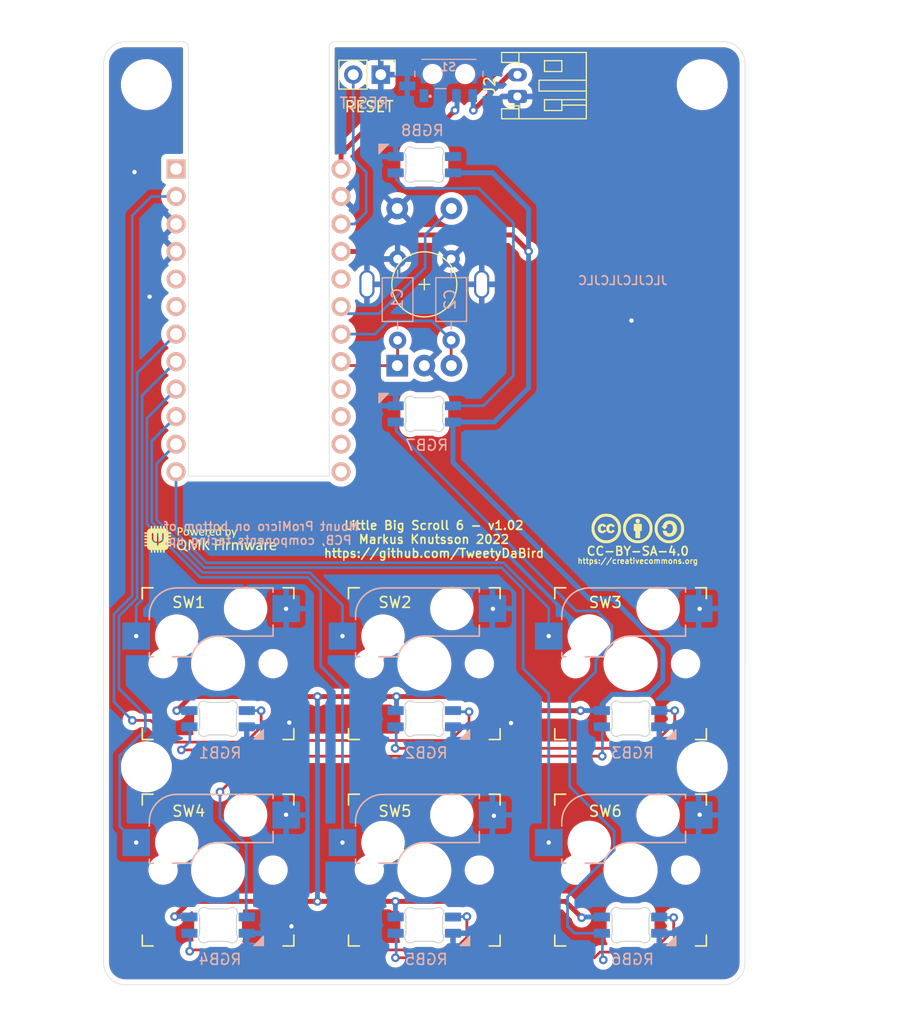
<source format=kicad_pcb>
(kicad_pcb (version 20211014) (generator pcbnew)
  (title_block (title "Little Big Scroll 6") (date "2022-07-07") (rev "v1.02") (company "Tweety's Wild Thinking") (comment 1 "Markus Knutsson <markus.knutsson@tweety.se>") (comment 2 "https://github.com/TweetyDaBird") (comment 3 "Licensed under Creative Commons BY-SA 4.0 International "))
  (layers (0 "F.Cu" signal) (31 "B.Cu" signal) (34 "B.Paste" user) (35 "F.Paste" user) (36 "B.SilkS" user "B.Silkscreen") (37 "F.SilkS" user "F.Silkscreen") (38 "B.Mask" user) (39 "F.Mask" user) (44 "Edge.Cuts" user))
  (net 0 "")
  (net 1 "EncB")
  (net 2 "GND")
  (net 3 "VCC")
  (net 4 "EncA")
  (net 5 "RGB")
  (net 6 "Key1")
  (net 7 "Key2")
  (net 8 "Key3")
  (net 9 "Key4")
  (net 10 "Key5")
  (net 11 "Key6")
  (net 12 "EncKey")
  (net 21 "BAT+")
  (net 23 "/BAT++")
  (net 24 "Net-(RGB1-Pad2)")
  (net 25 "Net-(RGB2-Pad2)")
  (net 26 "Net-(RGB3-Pad2)")
  (net 27 "Net-(RGB5-Pad2)")
  (net 28 "Net-(RGB6-Pad2)")
  (net 30 "Net-(J1-Pad2)")
  (net 31 "Net-(RGB5-Pad4)")
  (net 32 "Net-(RGB7-Pad2)")
  (footprint "Common Library:ProMicro" (layer "F.Cu") (at 94.96 71.48 -90)
    (fp_text reference "U1" hide)
    (fp_text value "ProMicro" hide)
  )
  (footprint "Keyboard Switches & Encoders:SW_MX_HotSwap" (layer "F.Cu") (at 91.22 103.16)
    (fp_text reference "SW1")
    (fp_text value "SW_MX_HS" hide)
  )
  (footprint "Keyboard Switches & Encoders:SW_MX_HotSwap" (layer "F.Cu") (at 110.27 103.16)
    (fp_text reference "SW2")
    (fp_text value "SW_MX_HS" hide)
  )
  (footprint "Keyboard Switches & Encoders:SW_MX_HotSwap" (layer "F.Cu") (at 129.32 103.16)
    (fp_text reference "SW3")
    (fp_text value "SW_MX_HS" hide)
  )
  (footprint "Keyboard Switches & Encoders:SW_MX_HotSwap" (layer "F.Cu") (at 91.22 122.21)
    (fp_text reference "SW4")
    (fp_text value "SW_MX_HS" hide)
  )
  (footprint "Keyboard Switches & Encoders:SW_MX_HotSwap" (layer "F.Cu") (at 110.27 122.21)
    (fp_text reference "SW5")
    (fp_text value "SW_MX_HS" hide)
  )
  (footprint "Keyboard Switches & Encoders:SW_MX_HotSwap" (layer "F.Cu") (at 129.32 122.21)
    (fp_text reference "SW6")
    (fp_text value "SW_MX_HS" hide)
  )
  (footprint "Keyboard Switches & Encoders:Encoder_Alps_EC11E_Small" (layer "F.Cu") (at 110.27 68.16 90)
    (fp_text reference "ENC1" hide)
    (fp_text value "Rotary_Encoder_Click" hide)
  )
  (footprint "Keyboard Switches & Encoders:RGB_SK6812MINI-E" (layer "F.Cu") (at 91.22 103.16)
    (fp_text reference "RGB1")
    (fp_text value "SK6812MINI-E")
    (fp_line (start 1.699999 4.377157) (end 1.699999 5.782841) (layer "Edge.Cuts") (width 0.1))
    (fp_line (start -1.699999 5.782841) (end -1.699999 4.377157) (layer "Edge.Cuts") (width 0.1))
    (fp_line (start 0.794452 6.579999) (end -0.794452 6.579999) (layer "Edge.Cuts") (width 0.1))
    (fp_line (start -0.794452 3.58) (end 0.794453 3.58) (layer "Edge.Cuts") (width 0.1))
    (fp_arc (start 1.046711 3.511701) (mid 1.638071 3.575964) (end 1.749484 4.160279) (layer "Edge.Cuts") (width 0.1))
    (fp_arc (start 1.749484 5.999718) (mid 1.638072 6.584034) (end 1.046711 6.648298) (layer "Edge.Cuts") (width 0.1))
    (fp_arc (start -1.749484 4.160279) (mid -1.638071 3.575964) (end -1.046711 3.5117) (layer "Edge.Cuts") (width 0.1))
    (fp_arc (start 1.749484 5.999719) (mid 1.712511 5.89407) (end 1.699999 5.782841) (layer "Edge.Cuts") (width 0.1))
    (fp_arc (start -0.794453 3.579999) (mid -0.925123 3.562622) (end -1.046711 3.5117) (layer "Edge.Cuts") (width 0.1))
    (fp_arc (start -1.046711 6.648296) (mid -1.63807 6.584033) (end -1.749484 5.999719) (layer "Edge.Cuts") (width 0.1))
    (fp_arc (start -1.04671 6.648298) (mid -0.925122 6.597376) (end -0.794452 6.579999) (layer "Edge.Cuts") (width 0.1))
    (fp_arc (start 0.794452 6.579999) (mid 0.925123 6.597376) (end 1.046711 6.648298) (layer "Edge.Cuts") (width 0.1))
    (fp_arc (start -1.749484 4.160279) (mid -1.712527 4.265931) (end -1.699999 4.377157) (layer "Edge.Cuts") (width 0.1))
    (fp_arc (start 1.699999 4.377156) (mid 1.712526 4.26593) (end 1.749484 4.160279) (layer "Edge.Cuts") (width 0.1))
    (fp_arc (start -1.699999 5.782842) (mid -1.712527 5.894067) (end -1.749484 5.999719) (layer "Edge.Cuts") (width 0.1))
    (fp_arc (start 1.046711 3.511701) (mid 0.925123 3.562623) (end 0.794453 3.58) (layer "Edge.Cuts") (width 0.1))
  )
  (footprint "Keyboard Switches & Encoders:RGB_SK6812MINI-E" (layer "F.Cu") (at 110.27 103.16)
    (fp_text reference "RGB2")
    (fp_text value "SK6812MINI-E")
    (fp_line (start 1.699999 4.377157) (end 1.699999 5.782841) (layer "Edge.Cuts") (width 0.1))
    (fp_line (start -1.699999 5.782841) (end -1.699999 4.377157) (layer "Edge.Cuts") (width 0.1))
    (fp_line (start 0.794452 6.579999) (end -0.794452 6.579999) (layer "Edge.Cuts") (width 0.1))
    (fp_line (start -0.794452 3.58) (end 0.794453 3.58) (layer "Edge.Cuts") (width 0.1))
    (fp_arc (start 1.749484 5.999718) (mid 1.638072 6.584034) (end 1.046711 6.648298) (layer "Edge.Cuts") (width 0.1))
    (fp_arc (start 1.749484 5.999719) (mid 1.712511 5.89407) (end 1.699999 5.782841) (layer "Edge.Cuts") (width 0.1))
    (fp_arc (start 1.699999 4.377156) (mid 1.712526 4.26593) (end 1.749484 4.160279) (layer "Edge.Cuts") (width 0.1))
    (fp_arc (start -1.046711 6.648296) (mid -1.63807 6.584033) (end -1.749484 5.999719) (layer "Edge.Cuts") (width 0.1))
    (fp_arc (start -1.749484 4.160279) (mid -1.638071 3.575964) (end -1.046711 3.5117) (layer "Edge.Cuts") (width 0.1))
    (fp_arc (start 1.046711 3.511701) (mid 0.925123 3.562623) (end 0.794453 3.58) (layer "Edge.Cuts") (width 0.1))
    (fp_arc (start -0.794453 3.579999) (mid -0.925123 3.562622) (end -1.046711 3.5117) (layer "Edge.Cuts") (width 0.1))
    (fp_arc (start 1.046711 3.511701) (mid 1.638071 3.575964) (end 1.749484 4.160279) (layer "Edge.Cuts") (width 0.1))
    (fp_arc (start -1.699999 5.782842) (mid -1.712527 5.894067) (end -1.749484 5.999719) (layer "Edge.Cuts") (width 0.1))
    (fp_arc (start 0.794452 6.579999) (mid 0.925123 6.597376) (end 1.046711 6.648298) (layer "Edge.Cuts") (width 0.1))
    (fp_arc (start -1.749484 4.160279) (mid -1.712527 4.265931) (end -1.699999 4.377157) (layer "Edge.Cuts") (width 0.1))
    (fp_arc (start -1.04671 6.648298) (mid -0.925122 6.597376) (end -0.794452 6.579999) (layer "Edge.Cuts") (width 0.1))
  )
  (footprint "Keyboard Switches & Encoders:RGB_SK6812MINI-E" (layer "F.Cu") (at 129.32 103.16)
    (fp_text reference "RGB3")
    (fp_text value "SK6812MINI-E")
    (fp_line (start -1.699999 5.782841) (end -1.699999 4.377157) (layer "Edge.Cuts") (width 0.1))
    (fp_line (start -0.794452 3.58) (end 0.794453 3.58) (layer "Edge.Cuts") (width 0.1))
    (fp_line (start 1.699999 4.377157) (end 1.699999 5.782841) (layer "Edge.Cuts") (width 0.1))
    (fp_line (start 0.794452 6.579999) (end -0.794452 6.579999) (layer "Edge.Cuts") (width 0.1))
    (fp_arc (start -1.699999 5.782842) (mid -1.712527 5.894067) (end -1.749484 5.999719) (layer "Edge.Cuts") (width 0.1))
    (fp_arc (start 1.749484 5.999718) (mid 1.638072 6.584034) (end 1.046711 6.648298) (layer "Edge.Cuts") (width 0.1))
    (fp_arc (start 1.046711 3.511701) (mid 0.925123 3.562623) (end 0.794453 3.58) (layer "Edge.Cuts") (width 0.1))
    (fp_arc (start -1.046711 6.648296) (mid -1.63807 6.584033) (end -1.749484 5.999719) (layer "Edge.Cuts") (width 0.1))
    (fp_arc (start 1.699999 4.377156) (mid 1.712526 4.26593) (end 1.749484 4.160279) (layer "Edge.Cuts") (width 0.1))
    (fp_arc (start -1.04671 6.648298) (mid -0.925122 6.597376) (end -0.794452 6.579999) (layer "Edge.Cuts") (width 0.1))
    (fp_arc (start -1.749484 4.160279) (mid -1.638071 3.575964) (end -1.046711 3.5117) (layer "Edge.Cuts") (width 0.1))
    (fp_arc (start 0.794452 6.579999) (mid 0.925123 6.597376) (end 1.046711 6.648298) (layer "Edge.Cuts") (width 0.1))
    (fp_arc (start 1.046711 3.511701) (mid 1.638071 3.575964) (end 1.749484 4.160279) (layer "Edge.Cuts") (width 0.1))
    (fp_arc (start -0.794453 3.579999) (mid -0.925123 3.562622) (end -1.046711 3.5117) (layer "Edge.Cuts") (width 0.1))
    (fp_arc (start 1.749484 5.999719) (mid 1.712511 5.89407) (end 1.699999 5.782841) (layer "Edge.Cuts") (width 0.1))
    (fp_arc (start -1.749484 4.160279) (mid -1.712527 4.265931) (end -1.699999 4.377157) (layer "Edge.Cuts") (width 0.1))
  )
  (footprint "Keyboard Switches & Encoders:RGB_SK6812MINI-E" (layer "F.Cu") (at 91.22 122.21)
    (fp_text reference "RGB4")
    (fp_text value "SK6812MINI-E")
    (fp_line (start 1.699999 4.377157) (end 1.699999 5.782841) (layer "Edge.Cuts") (width 0.1))
    (fp_line (start 0.794452 6.579999) (end -0.794452 6.579999) (layer "Edge.Cuts") (width 0.1))
    (fp_line (start -1.699999 5.782841) (end -1.699999 4.377157) (layer "Edge.Cuts") (width 0.1))
    (fp_line (start -0.794452 3.58) (end 0.794453 3.58) (layer "Edge.Cuts") (width 0.1))
    (fp_arc (start -1.046711 6.648296) (mid -1.63807 6.584033) (end -1.749484 5.999719) (layer "Edge.Cuts") (width 0.1))
    (fp_arc (start 1.749484 5.999719) (mid 1.712511 5.89407) (end 1.699999 5.782841) (layer "Edge.Cuts") (width 0.1))
    (fp_arc (start -1.749484 4.160279) (mid -1.638071 3.575964) (end -1.046711 3.5117) (layer "Edge.Cuts") (width 0.1))
    (fp_arc (start 1.046711 3.511701) (mid 0.925123 3.562623) (end 0.794453 3.58) (layer "Edge.Cuts") (width 0.1))
    (fp_arc (start 0.794452 6.579999) (mid 0.925123 6.597376) (end 1.046711 6.648298) (layer "Edge.Cuts") (width 0.1))
    (fp_arc (start 1.046711 3.511701) (mid 1.638071 3.575964) (end 1.749484 4.160279) (layer "Edge.Cuts") (width 0.1))
    (fp_arc (start -0.794453 3.579999) (mid -0.925123 3.562622) (end -1.046711 3.5117) (layer "Edge.Cuts") (width 0.1))
    (fp_arc (start 1.699999 4.377156) (mid 1.712526 4.26593) (end 1.749484 4.160279) (layer "Edge.Cuts") (width 0.1))
    (fp_arc (start -1.699999 5.782842) (mid -1.712527 5.894067) (end -1.749484 5.999719) (layer "Edge.Cuts") (width 0.1))
    (fp_arc (start 1.749484 5.999718) (mid 1.638072 6.584034) (end 1.046711 6.648298) (layer "Edge.Cuts") (width 0.1))
    (fp_arc (start -1.04671 6.648298) (mid -0.925122 6.597376) (end -0.794452 6.579999) (layer "Edge.Cuts") (width 0.1))
    (fp_arc (start -1.749484 4.160279) (mid -1.712527 4.265931) (end -1.699999 4.377157) (layer "Edge.Cuts") (width 0.1))
  )
  (footprint "Keyboard Switches & Encoders:RGB_SK6812MINI-E" (layer "F.Cu") (at 110.27 122.21)
    (fp_text reference "RGB5")
    (fp_text value "SK6812MINI-E")
    (fp_line (start 0.794452 6.579999) (end -0.794452 6.579999) (layer "Edge.Cuts") (width 0.1))
    (fp_line (start -1.699999 5.782841) (end -1.699999 4.377157) (layer "Edge.Cuts") (width 0.1))
    (fp_line (start 1.699999 4.377157) (end 1.699999 5.782841) (layer "Edge.Cuts") (width 0.1))
    (fp_line (start -0.794452 3.58) (end 0.794453 3.58) (layer "Edge.Cuts") (width 0.1))
    (fp_arc (start 0.794452 6.579999) (mid 0.925123 6.597376) (end 1.046711 6.648298) (layer "Edge.Cuts") (width 0.1))
    (fp_arc (start -0.794453 3.579999) (mid -0.925123 3.562622) (end -1.046711 3.5117) (layer "Edge.Cuts") (width 0.1))
    (fp_arc (start 1.699999 4.377156) (mid 1.712526 4.26593) (end 1.749484 4.160279) (layer "Edge.Cuts") (width 0.1))
    (fp_arc (start -1.749484 4.160279) (mid -1.638071 3.575964) (end -1.046711 3.5117) (layer "Edge.Cuts") (width 0.1))
    (fp_arc (start 1.046711 3.511701) (mid 0.925123 3.562623) (end 0.794453 3.58) (layer "Edge.Cuts") (width 0.1))
    (fp_arc (start -1.699999 5.782842) (mid -1.712527 5.894067) (end -1.749484 5.999719) (layer "Edge.Cuts") (width 0.1))
    (fp_arc (start -1.749484 4.160279) (mid -1.712527 4.265931) (end -1.699999 4.377157) (layer "Edge.Cuts") (width 0.1))
    (fp_arc (start -1.04671 6.648298) (mid -0.925122 6.597376) (end -0.794452 6.579999) (layer "Edge.Cuts") (width 0.1))
    (fp_arc (start -1.046711 6.648296) (mid -1.63807 6.584033) (end -1.749484 5.999719) (layer "Edge.Cuts") (width 0.1))
    (fp_arc (start 1.749484 5.999718) (mid 1.638072 6.584034) (end 1.046711 6.648298) (layer "Edge.Cuts") (width 0.1))
    (fp_arc (start 1.749484 5.999719) (mid 1.712511 5.89407) (end 1.699999 5.782841) (layer "Edge.Cuts") (width 0.1))
    (fp_arc (start 1.046711 3.511701) (mid 1.638071 3.575964) (end 1.749484 4.160279) (layer "Edge.Cuts") (width 0.1))
  )
  (footprint "Keyboard Switches & Encoders:RGB_SK6812MINI-E" (layer "F.Cu") (at 129.32 122.21)
    (fp_text reference "RGB6")
    (fp_text value "SK6812MINI-E")
    (fp_line (start -1.699999 5.782841) (end -1.699999 4.377157) (layer "Edge.Cuts") (width 0.1))
    (fp_line (start 1.699999 4.377157) (end 1.699999 5.782841) (layer "Edge.Cuts") (width 0.1))
    (fp_line (start -0.794452 3.58) (end 0.794453 3.58) (layer "Edge.Cuts") (width 0.1))
    (fp_line (start 0.794452 6.579999) (end -0.794452 6.579999) (layer "Edge.Cuts") (width 0.1))
    (fp_arc (start -1.749484 4.160279) (mid -1.712527 4.265931) (end -1.699999 4.377157) (layer "Edge.Cuts") (width 0.1))
    (fp_arc (start 1.046711 3.511701) (mid 0.925123 3.562623) (end 0.794453 3.58) (layer "Edge.Cuts") (width 0.1))
    (fp_arc (start -0.794453 3.579999) (mid -0.925123 3.562622) (end -1.046711 3.5117) (layer "Edge.Cuts") (width 0.1))
    (fp_arc (start -1.04671 6.648298) (mid -0.925122 6.597376) (end -0.794452 6.579999) (layer "Edge.Cuts") (width 0.1))
    (fp_arc (start 1.046711 3.511701) (mid 1.638071 3.575964) (end 1.749484 4.160279) (layer "Edge.Cuts") (width 0.1))
    (fp_arc (start -1.699999 5.782842) (mid -1.712527 5.894067) (end -1.749484 5.999719) (layer "Edge.Cuts") (width 0.1))
    (fp_arc (start -1.749484 4.160279) (mid -1.638071 3.575964) (end -1.046711 3.5117) (layer "Edge.Cuts") (width 0.1))
    (fp_arc (start 1.749484 5.999719) (mid 1.712511 5.89407) (end 1.699999 5.782841) (layer "Edge.Cuts") (width 0.1))
    (fp_arc (start 1.699999 4.377156) (mid 1.712526 4.26593) (end 1.749484 4.160279) (layer "Edge.Cuts") (width 0.1))
    (fp_arc (start 0.794452 6.579999) (mid 0.925123 6.597376) (end 1.046711 6.648298) (layer "Edge.Cuts") (width 0.1))
    (fp_arc (start 1.749484 5.999718) (mid 1.638072 6.584034) (end 1.046711 6.648298) (layer "Edge.Cuts") (width 0.1))
    (fp_arc (start -1.046711 6.648296) (mid -1.63807 6.584033) (end -1.749484 5.999719) (layer "Edge.Cuts") (width 0.1))
  )
  (footprint "Keyboard Switches & Encoders:RGB_SK6812MINI-E" (layer "F.Cu") (at 110.27 62.2 180)
    (fp_text reference "RGB8")
    (fp_text value "SK6812MINI-E")
    (fp_line (start 1.699999 4.377157) (end 1.699999 5.782841) (layer "Edge.Cuts") (width 0.1))
    (fp_line (start -0.794452 3.58) (end 0.794453 3.58) (layer "Edge.Cuts") (width 0.1))
    (fp_line (start 0.794452 6.579999) (end -0.794452 6.579999) (layer "Edge.Cuts") (width 0.1))
    (fp_line (start -1.699999 5.782841) (end -1.699999 4.377157) (layer "Edge.Cuts") (width 0.1))
    (fp_arc (start 0.794452 6.579999) (mid 0.925123 6.597376) (end 1.046711 6.648298) (layer "Edge.Cuts") (width 0.1))
    (fp_arc (start 1.749484 5.999719) (mid 1.712511 5.89407) (end 1.699999 5.782841) (layer "Edge.Cuts") (width 0.1))
    (fp_arc (start 1.699999 4.377156) (mid 1.712526 4.26593) (end 1.749484 4.160279) (layer "Edge.Cuts") (width 0.1))
    (fp_arc (start 1.749484 5.999718) (mid 1.638072 6.584034) (end 1.046711 6.648298) (layer "Edge.Cuts") (width 0.1))
    (fp_arc (start -0.794453 3.579999) (mid -0.925123 3.562622) (end -1.046711 3.5117) (layer "Edge.Cuts") (width 0.1))
    (fp_arc (start -1.699999 5.782842) (mid -1.712527 5.894067) (end -1.749484 5.999719) (layer "Edge.Cuts") (width 0.1))
    (fp_arc (start 1.046711 3.511701) (mid 1.638071 3.575964) (end 1.749484 4.160279) (layer "Edge.Cuts") (width 0.1))
    (fp_arc (start -1.749484 4.160279) (mid -1.638071 3.575964) (end -1.046711 3.5117) (layer "Edge.Cuts") (width 0.1))
    (fp_arc (start 1.046711 3.511701) (mid 0.925123 3.562623) (end 0.794453 3.58) (layer "Edge.Cuts") (width 0.1))
    (fp_arc (start -1.04671 6.648298) (mid -0.925122 6.597376) (end -0.794452 6.579999) (layer "Edge.Cuts") (width 0.1))
    (fp_arc (start -1.046711 6.648296) (mid -1.63807 6.584033) (end -1.749484 5.999719) (layer "Edge.Cuts") (width 0.1))
    (fp_arc (start -1.749484 4.160279) (mid -1.712527 4.265931) (end -1.699999 4.377157) (layer "Edge.Cuts") (width 0.1))
  )
  (footprint "Keyboard Switches & Encoders:RGB_SK6812MINI-E" (layer "F.Cu") (at 110.27 85.195 180)
    (fp_text reference "RGB7")
    (fp_text value "SK6812MINI-E")
    (fp_line (start -1.699999 5.782841) (end -1.699999 4.377157) (layer "Edge.Cuts") (width 0.1))
    (fp_line (start 0.794452 6.579999) (end -0.794452 6.579999) (layer "Edge.Cuts") (width 0.1))
    (fp_line (start -0.794452 3.58) (end 0.794453 3.58) (layer "Edge.Cuts") (width 0.1))
    (fp_line (start 1.699999 4.377157) (end 1.699999 5.782841) (layer "Edge.Cuts") (width 0.1))
    (fp_arc (start -1.699999 5.782842) (mid -1.712527 5.894067) (end -1.749484 5.999719) (layer "Edge.Cuts") (width 0.1))
    (fp_arc (start -1.046711 6.648296) (mid -1.63807 6.584033) (end -1.749484 5.999719) (layer "Edge.Cuts") (width 0.1))
    (fp_arc (start 1.046711 3.511701) (mid 1.638071 3.575964) (end 1.749484 4.160279) (layer "Edge.Cuts") (width 0.1))
    (fp_arc (start 1.699999 4.377156) (mid 1.712526 4.26593) (end 1.749484 4.160279) (layer "Edge.Cuts") (width 0.1))
    (fp_arc (start -1.749484 4.160279) (mid -1.638071 3.575964) (end -1.046711 3.5117) (layer "Edge.Cuts") (width 0.1))
    (fp_arc (start 1.749484 5.999718) (mid 1.638072 6.584034) (end 1.046711 6.648298) (layer "Edge.Cuts") (width 0.1))
    (fp_arc (start 1.749484 5.999719) (mid 1.712511 5.89407) (end 1.699999 5.782841) (layer "Edge.Cuts") (width 0.1))
    (fp_arc (start 1.046711 3.511701) (mid 0.925123 3.562623) (end 0.794453 3.58) (layer "Edge.Cuts") (width 0.1))
    (fp_arc (start -1.749484 4.160279) (mid -1.712527 4.265931) (end -1.699999 4.377157) (layer "Edge.Cuts") (width 0.1))
    (fp_arc (start 0.794452 6.579999) (mid 0.925123 6.597376) (end 1.046711 6.648298) (layer "Edge.Cuts") (width 0.1))
    (fp_arc (start -0.794453 3.579999) (mid -0.925123 3.562622) (end -1.046711 3.5117) (layer "Edge.Cuts") (width 0.1))
    (fp_arc (start -1.04671 6.648298) (mid -0.925122 6.597376) (end -0.794452 6.579999) (layer "Edge.Cuts") (width 0.1))
  )
  (footprint "Keyboard Switches & Encoders:Spacer PCB hole" (layer "F.Cu") (at 84.6 112.685)
    (fp_text reference "H1" hide)
    (fp_text value "Spacer_PCB" hide)
  )
  (footprint "Keyboard Switches & Encoders:Spacer PCB hole" (layer "F.Cu") (at 135.94 112.685)
    (fp_text reference "H2" hide)
    (fp_text value "Spacer_PCB" hide)
  )
  (footprint "Keyboard Switches & Encoders:Spacer PCB hole" (layer "F.Cu") (at 135.94 49.73)
    (fp_text reference "H3" hide)
    (fp_text value "Spacer_PCB" hide)
  )
  (footprint "Keyboard Switches & Encoders:Spacer PCB hole" (layer "F.Cu") (at 84.6 49.73)
    (fp_text reference "H4" hide)
    (fp_text value "Spacer_PCB" hide)
  )
  (footprint "Connector_PinHeader_2.54mm:PinHeader_1x02_P2.54mm_Vertical" (layer "F.Cu") (at 106.25 48.81 -90)
    (fp_text reference "J1" hide)
    (fp_text value "Conn_01x02")
  )
  (footprint "Connector_JST:JST_PH_S2B-PH-K_1x02_P2.00mm_Horizontal" (layer "F.Cu") (at 118.87 50.82 90)
    (fp_text reference "J2")
    (fp_text value "Conn_01x02")
  )
  (footprint "Logotypes:Powered_by_QMK" (layer "F.Cu") (at 90.537262 91.674188)
    (fp_text reference "Logo2" hide)
    (fp_text value "QMK_Logo" hide)
  )
  (footprint "Logotypes:CC_BY_SA_40" (layer "F.Cu") (at 130.026958 91.616725)
    (fp_text reference "Logo1")
    (fp_text value "CC-BY-SA-4.0")
  )
  (footprint "Capacitor_THT:C_Axial_L3.8mm_D2.6mm_P7.50mm_Horizontal" (layer "B.Cu") (at 112.75 65.81 -90)
    (fp_text reference "C2")
    (fp_text value "C_Small")
  )
  (footprint "Capacitor_THT:C_Axial_L3.8mm_D2.6mm_P7.50mm_Horizontal" (layer "B.Cu") (at 107.8 73.32 90)
    (fp_text reference "C1")
    (fp_text value "C_Small")
  )
  (footprint "Keyboard Switches & Encoders:MSK12C02" (layer "B.Cu") (at 112.54 48.75)
    (fp_text reference "S1")
    (fp_text value "MSK12C02" hide)
  )
  (gr_arc (start 80.65 47.780399) (mid 81.235903 46.365903) (end 82.650399 45.78) (layer "Edge.Cuts") (width 0.05))
  (gr_arc (start 82.650399 132.790399) (mid 81.235903 132.204496) (end 80.65 130.79) (layer "Edge.Cuts") (width 0.05))
  (gr_arc (start 137.89 45.78) (mid 139.304496 46.365903) (end 139.890399 47.780399) (layer "Edge.Cuts") (width 0.05))
  (gr_line (start 101.485 85.85) (end 101.485 46.28) (layer "Edge.Cuts") (width 0.05))
  (gr_line (start 139.890399 47.780399) (end 139.89 130.789601) (layer "Edge.Cuts") (width 0.05))
  (gr_line (start 101.985 45.78) (end 137.89 45.78) (layer "Edge.Cuts") (width 0.05))
  (gr_line (start 80.65 130.79) (end 80.65 47.800399) (layer "Edge.Cuts") (width 0.05))
  (gr_arc (start 139.89 130.789601) (mid 139.304097 132.204097) (end 137.889601 132.79) (layer "Edge.Cuts") (width 0.05))
  (gr_arc (start 87.985 45.78) (mid 88.338553 45.926447) (end 88.485 46.28) (layer "Edge.Cuts") (width 0.05))
  (gr_arc (start 101.485 46.28) (mid 101.631447 45.926447) (end 101.985 45.78) (layer "Edge.Cuts") (width 0.05))
  (gr_line (start 88.485 46.28) (end 88.485 85.85) (layer "Edge.Cuts") (width 0.05))
  (gr_line (start 88.485 85.85) (end 101.485 85.85) (layer "Edge.Cuts") (width 0.05))
  (gr_line (start 82.650399 45.78) (end 87.985 45.78) (layer "Edge.Cuts") (width 0.05))
  (gr_line (start 137.889601 132.79) (end 82.650399 132.790399) (layer "Edge.Cuts") (width 0.05))
  (gr_text "Mount ProMicro on bottom of \nPCB, components facing up." (at 94.91 91.14) (layer "B.SilkS") (effects (font (size 0.8 0.8)) (justify mirror)))
  (gr_text "RESET" (at 104.71 51.44) (layer "B.SilkS") (effects (font (size 1 1)) (justify mirror)))
  (gr_text "JLCJLCJLCJLC" (at 128.6 67.8) (layer "B.SilkS") (effects (font (size 0.8 0.8)) (justify mirror)))
  (gr_text "RESET" (at 105.18 51.76) (layer "F.SilkS") (effects (font (size 1 1))))
  (gr_text "Little Big Scroll 6 - v1.02\nMarkus Knutsson 2022\nhttps://github.com/TweetyDaBird" (at 111.16 91.69) (layer "F.SilkS") (effects (font (size 0.8 0.8))))
  (segment (start 112.75 75.64) (end 112.77 75.66) (width 0.25) (layer "F.Cu") (net 1))
  (segment (start 112.75 73.31) (end 112.75 75.64) (width 0.25) (layer "F.Cu") (net 1))
  (segment (start 105.71 72.75) (end 102.58 72.75) (width 0.25) (layer "B.Cu") (net 1))
  (segment (start 112.75 73.31) (end 110.98 71.54) (width 0.25) (layer "B.Cu") (net 1))
  (segment (start 110.98 71.54) (end 106.92 71.54) (width 0.25) (layer "B.Cu") (net 1))
  (segment (start 106.92 71.54) (end 105.71 72.75) (width 0.25) (layer "B.Cu") (net 1))
  (via (at 98 127.4) (size 0.8) (drill 0.4) (layers "F.Cu" "B.Cu") (net 2))
  (via (at 118.2755 108.643082) (size 0.8) (drill 0.4) (layers "F.Cu" "B.Cu") (net 2))
  (via (at 129.4 71.5) (size 0.8) (drill 0.4) (layers "F.Cu" "B.Cu") (net 2))
  (via (at 84.9 69.3) (size 0.8) (drill 0.4) (layers "F.Cu" "B.Cu") (net 2))
  (via (at 116.6 98.1) (size 0.8) (drill 0.4) (layers "F.Cu" "B.Cu") (net 2))
  (via (at 97.5 117.1) (size 0.8) (drill 0.4) (layers "F.Cu" "B.Cu") (net 2))
  (via (at 116.7 117.2) (size 0.8) (drill 0.4) (layers "F.Cu" "B.Cu") (net 2))
  (via (at 135.7 98.1) (size 0.8) (drill 0.4) (layers "F.Cu" "B.Cu") (net 2))
  (via (at 97.5 98.1) (size 0.8) (drill 0.4) (layers "F.Cu" "B.Cu") (net 2))
  (via (at 97.8 108.6) (size 0.8) (drill 0.4) (layers "F.Cu" "B.Cu") (net 2))
  (via (at 135.7 117.1) (size 0.8) (drill 0.4) (layers "F.Cu" "B.Cu") (net 2))
  (via (at 83.5 57.8) (size 0.8) (drill 0.4) (layers "F.Cu" "B.Cu") (net 2))
  (segment (start 100.4 125.1) (end 107.6 125.1) (width 0.45) (layer "F.Cu") (net 3))
  (segment (start 88.7 106.2) (end 100.4 106.2) (width 0.45) (layer "F.Cu") (net 3))
  (segment (start 123.3 125.1) (end 124.8 126.6) (width 0.45) (layer "F.Cu") (net 3))
  (segment (start 87.4 107.5) (end 88.7 106.2) (width 0.45) (layer "F.Cu") (net 3))
  (segment (start 106.11 63.6) (end 118.4 63.6) (width 0.45) (layer "F.Cu") (net 3))
  (segment (start 124.7 107.5) (end 121 107.5) (width 0.45) (layer "F.Cu") (net 3))
  (segment (start 104.58 65.13) (end 106.11 63.6) (width 0.45) (layer "F.Cu") (net 3))
  (segment (start 107.7 106.2) (end 100.4 106.2) (width 0.45) (layer "F.Cu") (net 3))
  (segment (start 118.4 63.6) (end 119.9 65.1) (width 0.45) (layer "F.Cu") (net 3))
  (segment (start 119.7 106.2) (end 107.7 106.2) (width 0.45) (layer "F.Cu") (net 3))
  (segment (start 121 107.5) (end 119.7 106.2) (width 0.45) (layer "F.Cu") (net 3))
  (segment (start 102.58 65.13) (end 104.58 65.13) (width 0.45) (layer "F.Cu") (net 3))
  (segment (start 88.6 125.1) (end 87.2 126.5) (width 0.45) (layer "F.Cu") (net 3))
  (segment (start 107.6 125.1) (end 123.3 125.1) (width 0.45) (layer "F.Cu") (net 3))
  (segment (start 100.4 125.1) (end 88.6 125.1) (width 0.45) (layer "F.Cu") (net 3))
  (via (at 100.4 106.2) (size 0.8) (drill 0.4) (layers "F.Cu" "B.Cu") (net 3))
  (via (at 107.7 106.2) (size 0.8) (drill 0.4) (layers "F.Cu" "B.Cu") (net 3))
  (via (at 107.6 125.1) (size 0.8) (drill 0.4) (layers "F.Cu" "B.Cu") (net 3))
  (via (at 124.7 107.5) (size 0.8) (drill 0.4) (layers "F.Cu" "B.Cu") (net 3))
  (via (at 87.4 107.5) (size 0.8) (drill 0.4) (layers "F.Cu" "B.Cu") (net 3))
  (via (at 87.2 126.5) (size 0.8) (drill 0.4) (layers "F.Cu" "B.Cu") (net 3))
  (via (at 100.4 125.1) (size 0.8) (drill 0.4) (layers "F.Cu" "B.Cu") (net 3))
  (via (at 119.9 65.1) (size 0.8) (drill 0.4) (layers "F.Cu" "B.Cu") (net 3))
  (via (at 124.8 126.6) (size 0.8) (drill 0.4) (layers "F.Cu" "B.Cu") (net 3))
  (segment (start 124.710001 107.489999) (end 124.7 107.5) (width 0.45) (layer "B.Cu") (net 3))
  (segment (start 132.3 104.7) (end 131 106) (width 0.45) (layer "B.Cu") (net 3))
  (segment (start 107.7 107.459999) (end 107.67 107.489999) (width 0.45) (layer "B.Cu") (net 3))
  (segment (start 107.6 126.469999) (end 107.67 126.539999) (width 0.45) (layer "B.Cu") (net 3))
  (segment (start 124.860001 126.539999) (end 124.8 126.6) (width 0.45) (layer "B.Cu") (net 3))
  (segment (start 127.6 106) (end 126.67 106.93) (width 0.45) (layer "B.Cu") (net 3))
  (segment (start 119.9 65.1) (end 119.9 77.7) (width 0.45) (layer "B.Cu") (net 3))
  (segment (start 116.134999 80.865001) (end 116.734999 80.865001) (width 0.45) (layer "B.Cu") (net 3))
  (segment (start 125.5181 97.2) (end 127.7 97.2) (width 0.45) (layer "B.Cu") (net 3))
  (segment (start 112.92 80.865001) (end 116.134999 80.865001) (width 0.45) (layer "B.Cu") (net 3))
  (segment (start 126.67 106.93) (end 126.67 107.489999) (width 0.45) (layer "B.Cu") (net 3))
  (segment (start 119.9 61.2) (end 119.9 65.1) (width 0.45) (layer "B.Cu") (net 3))
  (segment (start 87.410001 107.489999) (end 87.4 107.5) (width 0.45) (layer "B.Cu") (net 3))
  (segment (start 87.2 126.5) (end 88.580001 126.5) (width 0.45) (layer "B.Cu") (net 3))
  (segment (start 107.7 106.2) (end 107.7 107.459999) (width 0.45) (layer "B.Cu") (net 3))
  (segment (start 132.3 101.8) (end 132.3 104.7) (width 0.45) (layer "B.Cu") (net 3))
  (segment (start 126.72 126.539999) (end 124.860001 126.539999) (width 0.45) (layer "B.Cu") (net 3))
  (segment (start 112.92 84.6019) (end 125.5181 97.2) (width 0.45) (layer "B.Cu") (net 3))
  (segment (start 131 106) (end 127.6 106) (width 0.45) (layer "B.Cu") (net 3))
  (segment (start 116.734999 80.865001) (end 119.9 77.7) (width 0.45) (layer "B.Cu") (net 3))
  (segment (start 100.4 125.1) (end 100.4 106.2) (width 0.45) (layer "B.Cu") (net 3))
  (segment (start 126.72 107.489999) (end 124.710001 107.489999) (width 0.45) (layer "B.Cu") (net 3))
  (segment (start 112.87 57.870001) (end 116.570001 57.870001) (width 0.45) (layer "B.Cu") (net 3))
  (segment (start 116.570001 57.870001) (end 119.9 61.2) (width 0.45) (layer "B.Cu") (net 3))
  (segment (start 112.92 80.865001) (end 112.92 84.6019) (width 0.45) (layer "B.Cu") (net 3))
  (segment (start 107.6 125.1) (end 107.6 126.469999) (width 0.45) (layer "B.Cu") (net 3))
  (segment (start 88.62 107.489999) (end 87.410001 107.489999) (width 0.45) (layer "B.Cu") (net 3))
  (segment (start 127.7 97.2) (end 132.3 101.8) (width 0.45) (layer "B.Cu") (net 3))
  (segment (start 105.57 75.65) (end 102.94 75.65) (width 0.25) (layer "F.Cu") (net 4))
  (segment (start 102.94 75.65) (end 102.58 75.29) (width 0.25) (layer "F.Cu") (net 4))
  (segment (start 107.77 75.66) (end 105.58 75.66) (width 0.25) (layer "F.Cu") (net 4))
  (segment (start 107.8 73.32) (end 107.8 75.63) (width 0.25) (layer "F.Cu") (net 4))
  (segment (start 107.8 75.63) (end 107.77 75.66) (width 0.25) (layer "F.Cu") (net 4))
  (segment (start 105.58 75.66) (end 105.57 75.65) (width 0.25) (layer "F.Cu") (net 4))
  (segment (start 95.2 107.5) (end 95.2 109) (width 0.25) (layer "F.Cu") (net 5))
  (segment (start 93.8 110.4) (end 87 110.4) (width 0.25) (layer "F.Cu") (net 5))
  (segment (start 85 108.4) (end 83.3 108.4) (width 0.25) (layer "F.Cu") (net 5))
  (segment (start 95.2 109) (end 93.8 110.4) (width 0.25) (layer "F.Cu") (net 5))
  (segment (start 87 110.4) (end 85 108.4) (width 0.25) (layer "F.Cu") (net 5))
  (via (at 83.3 108.4) (size 0.8) (drill 0.4) (layers "F.Cu" "B.Cu") (net 5))
  (via (at 95.2 107.5) (size 0.8) (drill 0.4) (layers "F.Cu" "B.Cu") (net 5))
  (segment (start 83.3 61.8102) (end 85.0602 60.05) (width 0.25) (layer "B.Cu") (net 5))
  (segment (start 93.82 107.489999) (end 95.189999 107.489999) (width 0.25) (layer "B.Cu") (net 5))
  (segment (start 83.3 96.9) (end 83.3 61.8102) (width 0.25) (layer "B.Cu") (net 5))
  (segment (start 81.610978 106.710978) (end 81.610978 98.589022) (width 0.25) (layer "B.Cu") (net 5))
  (segment (start 81.610978 98.589022) (end 83.3 96.9) (width 0.25) (layer "B.Cu") (net 5))
  (segment (start 85.0602 60.05) (end 87.34 60.05) (width 0.25) (layer "B.Cu") (net 5))
  (segment (start 83.3 108.4) (end 81.610978 106.710978) (width 0.25) (layer "B.Cu") (net 5))
  (segment (start 95.189999 107.489999) (end 95.2 107.5) (width 0.25) (layer "B.Cu") (net 5))
  (via (at 83.66 100.62) (size 0.8) (drill 0.4) (layers "F.Cu" "B.Cu") (net 6))
  (segment (start 84.199021 78.430979) (end 87.34 75.29) (width 0.25) (layer "B.Cu") (net 6))
  (segment (start 83.66 100.62) (end 83.66 97.811408) (width 0.25) (layer "B.Cu") (net 6))
  (segment (start 83.66 97.811408) (end 84.199021 97.272387) (width 0.25) (layer "B.Cu") (net 6))
  (segment (start 84.199021 97.272387) (end 84.199021 78.430979) (width 0.25) (layer "B.Cu") (net 6))
  (via (at 102.71 100.62) (size 0.8) (drill 0.4) (layers "F.Cu" "B.Cu") (net 7))
  (segment (start 89.779081 94.750489) (end 85.098043 90.069451) (width 0.25) (layer "B.Cu") (net 7))
  (segment (start 85.098043 82.611957) (end 87.34 80.37) (width 0.25) (layer "B.Cu") (net 7))
  (segment (start 99.686193 94.750489) (end 89.779081 94.750489) (width 0.25) (layer "B.Cu") (net 7))
  (segment (start 102.71 100.62) (end 102.71 97.774296) (width 0.25) (layer "B.Cu") (net 7))
  (segment (start 102.71 97.774296) (end 99.686193 94.750489) (width 0.25) (layer "B.Cu") (net 7))
  (segment (start 85.098043 90.069451) (end 85.098043 82.611957) (width 0.25) (layer "B.Cu") (net 7))
  (via (at 121.76 100.62) (size 0.8) (drill 0.4) (layers "F.Cu" "B.Cu") (net 8))
  (segment (start 121.76 98.024296) (end 121.76 100.62) (width 0.25) (layer "B.Cu") (net 8))
  (segment (start 117.587172 93.851468) (end 121.76 98.024296) (width 0.25) (layer "B.Cu") (net 8))
  (segment (start 87.34 91.04) (end 90.151468 93.851468) (width 0.25) (layer "B.Cu") (net 8))
  (segment (start 90.151468 93.851468) (end 117.587172 93.851468) (width 0.25) (layer "B.Cu") (net 8))
  (segment (start 87.34 85.45) (end 87.34 91.04) (width 0.25) (layer "B.Cu") (net 8))
  (via (at 83.66 119.67) (size 0.8) (drill 0.4) (layers "F.Cu" "B.Cu") (net 9))
  (segment (start 84.5 109.3) (end 82.135 111.665) (width 0.25) (layer "B.Cu") (net 9))
  (segment (start 83.635 119.67) (end 83.66 119.67) (width 0.25) (layer "B.Cu") (net 9))
  (segment (start 82.135 118.17) (end 83.635 119.67) (width 0.25) (layer "B.Cu") (net 9))
  (segment (start 84.5 107.9) (end 84.5 109.3) (width 0.25) (layer "B.Cu") (net 9))
  (segment (start 82.060489 105.460489) (end 84.5 107.9) (width 0.25) (layer "B.Cu") (net 9))
  (segment (start 83.74951 76.34049) (end 83.74951 97.086194) (width 0.25) (layer "B.Cu") (net 9))
  (segment (start 82.060489 98.775215) (end 82.060489 105.460489) (width 0.25) (layer "B.Cu") (net 9))
  (segment (start 87.34 72.75) (end 83.74951 76.34049) (width 0.25) (layer "B.Cu") (net 9))
  (segment (start 82.135 111.665) (end 82.135 118.17) (width 0.25) (layer "B.Cu") (net 9))
  (segment (start 83.74951 97.086194) (end 82.060489 98.775215) (width 0.25) (layer "B.Cu") (net 9))
  (via (at 102.71 119.67) (size 0.8) (drill 0.4) (layers "F.Cu" "B.Cu") (net 10))
  (segment (start 100.7 96.4) (end 100.7 103.4) (width 0.25) (layer "B.Cu") (net 10))
  (segment (start 102.71 105.41) (end 102.71 119.67) (width 0.25) (layer "B.Cu") (net 10))
  (segment (start 99.5 95.2) (end 100.7 96.4) (width 0.25) (layer "B.Cu") (net 10))
  (segment (start 84.648532 80.521468) (end 84.648532 90.255644) (width 0.25) (layer "B.Cu") (net 10))
  (segment (start 84.648532 90.255644) (end 89.592888 95.2) (width 0.25) (layer "B.Cu") (net 10))
  (segment (start 100.7 103.4) (end 102.71 105.41) (width 0.25) (layer "B.Cu") (net 10))
  (segment (start 89.592888 95.2) (end 99.5 95.2) (width 0.25) (layer "B.Cu") (net 10))
  (segment (start 87.34 77.83) (end 84.648532 80.521468) (width 0.25) (layer "B.Cu") (net 10))
  (via (at 121.76 119.67) (size 0.8) (drill 0.4) (layers "F.Cu" "B.Cu") (net 11))
  (segment (start 117.400978 94.300978) (end 119.4 96.3) (width 0.25) (layer "B.Cu") (net 11))
  (segment (start 119.4 103.6) (end 121.76 105.96) (width 0.25) (layer "B.Cu") (net 11))
  (segment (start 85.547554 89.883258) (end 89.965274 94.300978) (width 0.25) (layer "B.Cu") (net 11))
  (segment (start 121.76 105.96) (end 121.76 119.67) (width 0.25) (layer "B.Cu") (net 11))
  (segment (start 87.34 82.91) (end 85.547554 84.702446) (width 0.25) (layer "B.Cu") (net 11))
  (segment (start 119.4 96.3) (end 119.4 103.6) (width 0.25) (layer "B.Cu") (net 11))
  (segment (start 89.965274 94.300978) (end 117.400978 94.300978) (width 0.25) (layer "B.Cu") (net 11))
  (segment (start 85.547554 84.702446) (end 85.547554 89.883258) (width 0.25) (layer "B.Cu") (net 11))
  (segment (start 106.1037 70.866) (end 110.35 66.6197) (width 0.25) (layer "B.Cu") (net 12))
  (segment (start 102.58 70.21) (end 103.236 70.866) (width 0.25) (layer "B.Cu") (net 12))
  (segment (start 103.236 70.866) (end 106.1037 70.866) (width 0.25) (layer "B.Cu") (net 12))
  (segment (start 110.35 63.58) (end 112.77 61.16) (width 0.25) (layer "B.Cu") (net 12))
  (segment (start 110.35 66.6197) (end 110.35 63.58) (width 0.25) (layer "B.Cu") (net 12))
  (segment (start 111.9 53.3) (end 105.4 53.3) (width 0.45) (layer "F.Cu") (net 21))
  (segment (start 102.58 56.12) (end 102.58 57.51) (width 0.45) (layer "F.Cu") (net 21))
  (segment (start 113.1 52.1) (end 111.9 53.3) (width 0.45) (layer "F.Cu") (net 21))
  (segment (start 105.4 53.3) (end 102.58 56.12) (width 0.45) (layer "F.Cu") (net 21))
  (via (at 113.1 52.1) (size 0.8) (drill 0.4) (layers "F.Cu" "B.Cu") (net 21))
  (segment (start 113.29 51.91) (end 113.1 52.1) (width 0.45) (layer "B.Cu") (net 21))
  (segment (start 113.29 50.6) (end 113.29 51.91) (width 0.45) (layer "B.Cu") (net 21))
  (segment (start 114.8 52.1) (end 118.08 48.82) (width 0.45) (layer "F.Cu") (net 23))
  (segment (start 118.08 48.82) (end 118.87 48.82) (width 0.45) (layer "F.Cu") (net 23))
  (via (at 114.8 52.1) (size 0.8) (drill 0.4) (layers "F.Cu" "B.Cu") (net 23))
  (segment (start 114.79 50.6) (end 114.79 52.09) (width 0.45) (layer "B.Cu") (net 23))
  (segment (start 114.79 52.09) (end 114.8 52.1) (width 0.45) (layer "B.Cu") (net 23))
  (segment (start 94.984705 110.250999) (end 94.111204 111.1245) (width 0.25) (layer "F.Cu") (net 24))
  (segment (start 94.111204 111.1245) (end 87.830315 111.1245) (width 0.25) (layer "F.Cu") (net 24))
  (segment (start 114.4 107.6) (end 114.4 108.53) (width 0.25) (layer "F.Cu") (net 24))
  (segment (start 112.679001 110.250999) (end 94.984705 110.250999) (width 0.25) (layer "F.Cu") (net 24))
  (segment (start 114.4 108.53) (end 112.679001 110.250999) (width 0.25) (layer "F.Cu") (net 24))
  (via (at 114.4 107.6) (size 0.8) (drill 0.4) (layers "F.Cu" "B.Cu") (net 24))
  (via (at 87.830315 111.1245) (size 0.8) (drill 0.4) (layers "F.Cu" "B.Cu") (net 24))
  (segment (start 114.4 107.6) (end 112.980001 107.6) (width 0.25) (layer "B.Cu") (net 24))
  (segment (start 112.980001 107.6) (end 112.87 107.489999) (width 0.25) (layer "B.Cu") (net 24))
  (segment (start 88.62 110.334815) (end 87.830315 111.1245) (width 0.25) (layer "B.Cu") (net 24))
  (segment (start 88.62 108.989999) (end 88.62 110.334815) (width 0.25) (layer "B.Cu") (net 24))
  (segment (start 133.4 108.61) (end 131.0345 110.9755) (width 0.25) (layer "F.Cu") (net 25))
  (segment (start 131.0345 110.9755) (end 107.573179 110.9755) (width 0.25) (layer "F.Cu") (net 25))
  (segment (start 133.4 107.5) (end 133.4 108.61) (width 0.25) (layer "F.Cu") (net 25))
  (via (at 107.573179 110.9755) (size 0.8) (drill 0.4) (layers "F.Cu" "B.Cu") (net 25))
  (via (at 133.4 107.5) (size 0.8) (drill 0.4) (layers "F.Cu" "B.Cu") (net 25))
  (segment (start 107.67 108.989999) (end 107.67 110.878679) (width 0.25) (layer "B.Cu") (net 25))
  (segment (start 107.67 110.878679) (end 107.573179 110.9755) (width 0.25) (layer "B.Cu") (net 25))
  (segment (start 133.4 107.5) (end 131.930001 107.5) (width 0.25) (layer "B.Cu") (net 25))
  (segment (start 94.7 111.7) (end 91.4 115) (width 0.25) (layer "F.Cu") (net 26))
  (segment (start 126.7 111.7) (end 94.7 111.7) (width 0.25) (layer "F.Cu") (net 26))
  (via (at 91.4 115) (size 0.8) (drill 0.4) (layers "F.Cu" "B.Cu") (net 26))
  (via (at 126.7 111.7) (size 0.8) (drill 0.4) (layers "F.Cu" "B.Cu") (net 26))
  (segment (start 93.82 119.840974) (end 93.82 126.539999) (width 0.25) (layer "B.Cu") (net 26))
  (segment (start 91.4 117.420974) (end 93.82 119.840974) (width 0.25) (layer "B.Cu") (net 26))
  (segment (start 126.72 111.68) (end 126.7 111.7) (width 0.25) (layer "B.Cu") (net 26))
  (segment (start 126.72 108.989999) (end 126.72 111.68) (width 0.25) (layer "B.Cu") (net 26))
  (segment (start 91.4 115) (end 91.4 117.420974) (width 0.25) (layer "B.Cu") (net 26))
  (segment (start 107.6 130.3) (end 125.9754 130.3) (width 0.25) (layer "F.Cu") (net 27))
  (segment (start 131.274501 129.775499) (end 133.3 127.75) (width 0.25) (layer "F.Cu") (net 27))
  (segment (start 126.499901 129.775499) (end 131.274501 129.775499) (width 0.25) (layer "F.Cu") (net 27))
  (segment (start 125.9754 130.3) (end 126.499901 129.775499) (width 0.25) (layer "F.Cu") (net 27))
  (segment (start 133.3 127.75) (end 133.3 126.6) (width 0.25) (layer "F.Cu") (net 27))
  (via (at 133.3 126.6) (size 0.8) (drill 0.4) (layers "F.Cu" "B.Cu") (net 27))
  (via (at 107.6 130.3) (size 0.8) (drill 0.4) (layers "F.Cu" "B.Cu") (net 27))
  (segment (start 107.67 128.039999) (end 107.67 130.23) (width 0.25) (layer "B.Cu") (net 27))
  (segment (start 107.67 130.23) (end 107.6 130.3) (width 0.25) (layer "B.Cu") (net 27))
  (segment (start 133.3 126.6) (end 131.980001 126.6) (width 0.25) (layer "B.Cu") (net 27))
  (segment (start 131.980001 126.6) (end 131.92 126.539999) (width 0.25) (layer "B.Cu") (net 27))
  (via (at 126.8 130.5) (size 0.8) (drill 0.4) (layers "F.Cu" "B.Cu") (net 28))
  (segment (start 125.465421 122.715125) (end 127.8 120.380546) (width 0.25) (layer "B.Cu") (net 28))
  (segment (start 126.72 128.039999) (end 126.72 130.42) (width 0.25) (layer "B.Cu") (net 28))
  (segment (start 123.7 106.3) (end 126.1 103.9) (width 0.25) (layer "B.Cu") (net 28))
  (segment (start 126.1 103.9) (end 126.1 102.840487) (width 0.25) (layer "B.Cu") (net 28))
  (segment (start 127.6 101.340487) (end 127.6 99.679513) (width 0.25) (layer "B.Cu") (net 28))
  (segment (start 126.1 102.840487) (end 127.6 101.340487) (width 0.25) (layer "B.Cu") (net 28))
  (segment (start 125.465421 122.717587) (end 125.465421 122.715125) (width 0.25) (layer "B.Cu") (net 28))
  (segment (start 107.67 81.67) (end 107.67 80.865001) (width 0.25) (layer "B.Cu") (net 28))
  (segment (start 123.5 127.4) (end 123.5 124.683008) (width 0.25) (layer "B.Cu") (net 28))
  (segment (start 123.7 114.5) (end 123.7 106.3) (width 0.25) (layer "B.Cu") (net 28))
  (segment (start 127.8 120.380546) (end 127.8 118.6) (width 0.25) (layer "B.Cu") (net 28))
  (segment (start 127.6 99.679513) (end 126.220487 98.3) (width 0.25) (layer "B.Cu") (net 28))
  (segment (start 126.67 128.039999) (end 124.139999 128.039999) (width 0.25) (layer "B.Cu") (net 28))
  (segment (start 126.72 130.42) (end 126.8 130.5) (width 0.25) (layer "B.Cu") (net 28))
  (segment (start 124.3 98.3) (end 107.67 81.67) (width 0.25) (layer "B.Cu") (net 28))
  (segment (start 123.5 124.683008) (end 125.465421 122.717587) (width 0.25) (layer "B.Cu") (net 28))
  (segment (start 124.139999 128.039999) (end 123.5 127.4) (width 0.25) (layer "B.Cu") (net 28))
  (segment (start 127.8 118.6) (end 123.7 114.5) (width 0.25) (layer "B.Cu") (net 28))
  (segment (start 126.220487 98.3) (end 124.3 98.3) (width 0.25) (layer "B.Cu") (net 28))
  (segment (start 104.9 61.5208) (end 104.9 57.8) (width 0.25) (layer "B.Cu") (net 30))
  (segment (start 103.71 56.61) (end 103.71 48.81) (width 0.25) (layer "B.Cu") (net 30))
  (segment (start 104.9 57.8) (end 103.71 56.61) (width 0.25) (layer "B.Cu") (net 30))
  (segment (start 103.8308 62.59) (end 104.9 61.5208) (width 0.25) (layer "B.Cu") (net 30))
  (segment (start 102.58 62.59) (end 103.8308 62.59) (width 0.25) (layer "B.Cu") (net 30))
  (segment (start 114.2 128.4) (end 114.2 126.5) (width 0.25) (layer "F.Cu") (net 31))
  (segment (start 88.724501 129.575499) (end 113.024501 129.575499) (width 0.25) (layer "F.Cu") (net 31))
  (segment (start 88.6 129.7) (end 88.724501 129.575499) (width 0.25) (layer "F.Cu") (net 31))
  (segment (start 113.024501 129.575499) (end 114.2 128.4) (width 0.25) (layer "F.Cu") (net 31))
  (via (at 88.6 129.7) (size 0.8) (drill 0.4) (layers "F.Cu" "B.Cu") (net 31))
  (via (at 114.2 126.5) (size 0.8) (drill 0.4) (layers "F.Cu" "B.Cu") (net 31))
  (segment (start 114.2 126.5) (end 112.909999 126.5) (width 0.25) (layer "B.Cu") (net 31))
  (segment (start 88.62 129.68) (end 88.6 129.7) (width 0.25) (layer "B.Cu") (net 31))
  (segment (start 88.62 128.039999) (end 88.62 129.68) (width 0.25) (layer "B.Cu") (net 31))
  (segment (start 118.5 76.6) (end 115.734999 79.365001) (width 0.25) (layer "B.Cu") (net 32))
  (segment (start 115.3 59.3) (end 118.5 62.5) (width 0.25) (layer "B.Cu") (net 32))
  (segment (start 108.4998 59.3) (end 115.3 59.3) (width 0.25) (layer "B.Cu") (net 32))
  (segment (start 115.734999 79.365001) (end 112.87 79.365001) (width 0.25) (layer "B.Cu") (net 32))
  (segment (start 118.5 62.5) (end 118.5 76.6) (width 0.25) (layer "B.Cu") (net 32))
  (segment (start 107.67 57.870001) (end 107.67 58.4702) (width 0.25) (layer "B.Cu") (net 32))
  (segment (start 107.67 58.4702) (end 108.4998 59.3) (width 0.25) (layer "B.Cu") (net 32))
  (zone (net 2) (net_name "GND") (layer "F.Cu") (connect_pads (clearance 0.508)) (min_thickness 0.254) (fill yes (thermal_gap 0.508) (thermal_bridge_width 0.508))
    (polygon (pts (xy 156.15 136.45) (xy 71.08 136.45) (xy 71.08 41.92) (xy 156.15 41.92)))
  )
  (zone (net 2) (net_name "GND") (layer "B.Cu") (connect_pads (clearance 0.508)) (min_thickness 0.254) (fill yes (thermal_gap 0.508) (thermal_bridge_width 0.508))
    (polygon (pts (xy 156.15 136.45) (xy 71.08 136.45) (xy 71.08 41.92) (xy 156.15 41.92)))
  )
)
</source>
